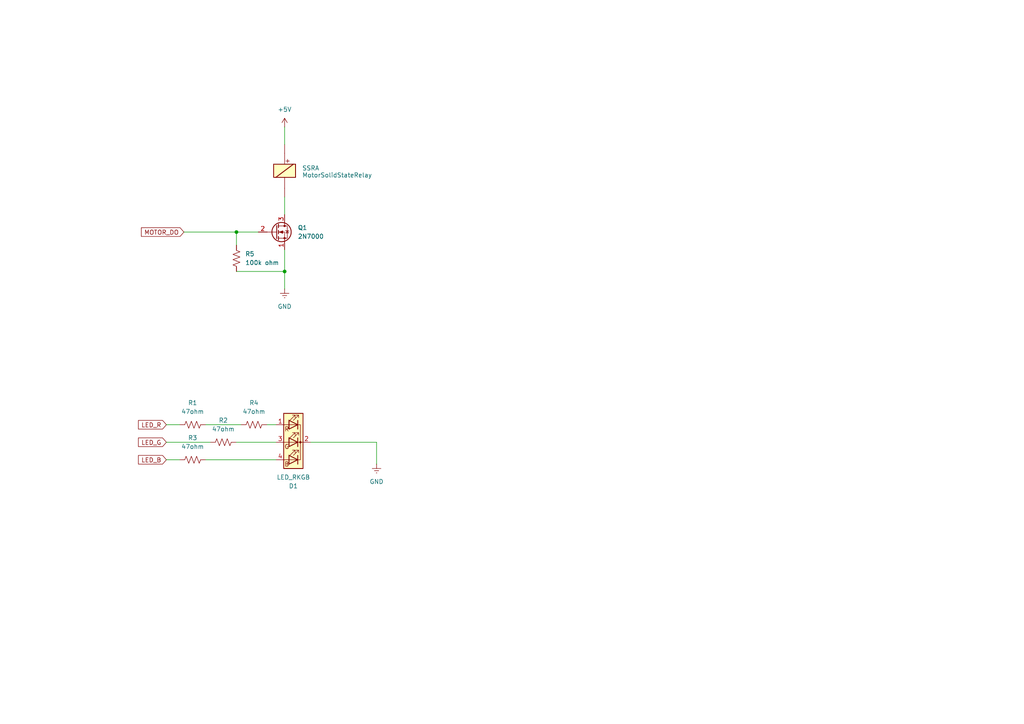
<source format=kicad_sch>
(kicad_sch (version 20250114) (generator "eeschema") (generator_version "9.0")
  (paper "A4")
  (lib_symbols
    (symbol "Device:LED_RKGB" (pin_names (offset 0) (hide yes))
      (property "Reference" "D1" (at 0 -12.7 0))
      (property "Value" "LED_RKGB" (at 0 -10.16 0))
      (symbol "LED_RKGB_0_0"
        (text "R" (at 1.905 3.81 0) (effects (font (size 1.27 1.27))))
        (text "G" (at 1.905 -1.27 0) (effects (font (size 1.27 1.27))))
        (text "B" (at 1.905 -6.35 0) (effects (font (size 1.27 1.27))))
      )
      (symbol "LED_RKGB_0_1"
        (circle (center -2.032 0) (radius 0.254) (fill (type outline)))
        (polyline (pts (xy -1.27 6.35) (xy -1.27 3.81)) (stroke (width 0.254)))
        (polyline (pts (xy -1.27 6.35) (xy -1.27 3.81) (xy -1.27 3.81)))
        (polyline (pts (xy -1.27 5.08) (xy 1.27 5.08)))
        (polyline (pts (xy -1.27 5.08) (xy -2.032 5.08) (xy -2.032 -5.08) (xy -1.016 -5.08)))
        (polyline (pts (xy -1.27 1.27) (xy -1.27 -1.27)) (stroke (width 0.254)))
        (polyline (pts (xy -1.27 1.27) (xy -1.27 -1.27) (xy -1.27 -1.27)))
        (polyline (pts (xy -1.27 0) (xy -2.54 0)))
        (polyline (pts (xy -1.27 -3.81) (xy -1.27 -6.35)) (stroke (width 0.254)))
        (polyline (pts (xy -1.27 -5.08) (xy 1.27 -5.08)))
        (polyline (pts (xy 0 6.35) (xy -1.524 7.874) (xy -0.762 7.874) (xy -1.524 7.874) (xy -1.524 7.112)))
        (polyline (pts (xy 0 1.27) (xy -1.524 2.794) (xy -0.762 2.794) (xy -1.524 2.794) (xy -1.524 2.032)))
        (polyline (pts (xy 0 -3.81) (xy -1.524 -2.286) (xy -0.762 -2.286) (xy -1.524 -2.286) (xy -1.524 -3.048)))
        (polyline (pts (xy 1.016 6.35) (xy -0.508 7.874) (xy 0.254 7.874) (xy -0.508 7.874) (xy -0.508 7.112)))
        (polyline (pts (xy 1.016 1.27) (xy -0.508 2.794) (xy 0.254 2.794) (xy -0.508 2.794) (xy -0.508 2.032)))
        (polyline (pts (xy 1.016 -3.81) (xy -0.508 -2.286) (xy 0.254 -2.286) (xy -0.508 -2.286) (xy -0.508 -3.048)))
        (polyline (pts (xy 1.27 6.35) (xy 1.27 3.81) (xy -1.27 5.08) (xy 1.27 6.35)) (stroke (width 0.254)))
        (rectangle (start 1.27 6.35) (end 1.27 6.35))
        (polyline (pts (xy 1.27 5.08) (xy 2.54 5.08)))
        (rectangle (start 1.27 3.81) (end 1.27 6.35))
        (polyline (pts (xy 1.27 1.27) (xy 1.27 -1.27) (xy -1.27 0) (xy 1.27 1.27)) (stroke (width 0.254)))
        (rectangle (start 1.27 1.27) (end 1.27 1.27))
        (polyline (pts (xy 1.27 0) (xy -1.27 0)))
        (polyline (pts (xy 1.27 0) (xy 2.54 0)))
        (rectangle (start 1.27 -1.27) (end 1.27 1.27))
        (polyline (pts (xy 1.27 -3.81) (xy 1.27 -6.35) (xy -1.27 -5.08) (xy 1.27 -3.81)) (stroke (width 0.254)))
        (polyline (pts (xy 1.27 -5.08) (xy 2.54 -5.08)))
        (rectangle (start 2.794 8.382) (end -2.794 -7.62) (stroke (width 0.254)) (fill (type background)))
      )
      (symbol "LED_RKGB_1_1"
        (pin passive line (at -5.08 0 0) (length 2.54) (name "K") (number "2"))
        (pin passive line (at 5.08 5.08 180) (length 2.54) (name "RA") (number "1"))
        (pin passive line (at 5.08 0 180) (length 2.54) (name "GA") (number "3"))
        (pin passive line (at 5.08 -5.08 180) (length 2.54) (name "BA") (number "4"))
      )
    )
    (symbol "Device:R_US" (pin_numbers (hide yes)) (pin_names (offset 0))
      (property "Reference" "R" (at 2.54 0 90))
      (property "Value" "R_US" (at -2.54 0 90))
      (symbol "R_US_0_1"
        (polyline (pts (xy 0 2.286) (xy 0 2.54)))
        (polyline (pts (xy 0 2.286) (xy 1.016 1.905) (xy 0 1.524) (xy -1.016 1.143) (xy 0 0.762)))
        (polyline (pts (xy 0 0.762) (xy 1.016 0.381) (xy 0 0) (xy -1.016 -0.381) (xy 0 -0.762)))
        (polyline (pts (xy 0 -0.762) (xy 1.016 -1.143) (xy 0 -1.524) (xy -1.016 -1.905) (xy 0 -2.286)))
        (polyline (pts (xy 0 -2.286) (xy 0 -2.54)))
      )
      (symbol "R_US_1_1"
        (pin passive line (at 0 3.81 270) (length 1.27) (name "~") (number "1"))
        (pin passive line (at 0 -3.81 90) (length 1.27) (name "~") (number "2"))
      )
    )
    (symbol "Relay:COTO_3660_Split" (pin_numbers (hide yes)) (pin_names (hide yes))
      (property "Reference" "K" (at 5.08 2.54 0))
      (property "Value" "COTO_3660_Split" (at 5.08 0 0))
      (symbol "COTO_3660_Split_1_0"
        (text "+" (at 0.889 2.921 0) (effects (font (size 1.27 1.27))))
      )
      (symbol "COTO_3660_Split_1_1"
        (rectangle (start -3.175 1.905) (end 3.175 -1.905) (stroke (width 0.254)) (fill (type background)))
        (polyline (pts (xy -2.54 -1.905) (xy 2.54 1.905)) (stroke (width 0.254)))
        (polyline (pts (xy 0 5.08) (xy 0 1.905)))
        (polyline (pts (xy 0 -5.08) (xy 0 -1.905)))
        (pin passive line (at 0 7.62 270) (length 2.54) (name "~") (number "A1"))
        (pin passive line (at 0 -7.62 90) (length 2.54) (name "~") (number "A2"))
      )
      (symbol "COTO_3660_Split_2_1"
        (polyline (pts (xy -3.175 0) (xy -2.54 0)) (stroke (width 0.254)))
        (polyline (pts (xy -1.905 0) (xy -1.27 0)) (stroke (width 0.254)))
        (polyline (pts (xy 0 2.54) (xy -1.905 -3.81)) (stroke (width 0.508)))
        (polyline (pts (xy 0 2.54) (xy 0 5.08)))
        (polyline (pts (xy 0 -5.08) (xy 0 -2.54) (xy -0.635 -3.175) (xy 0 -3.81)))
        (pin passive line (at 0 7.62 270) (length 2.54) (name "~") (number "13"))
        (pin passive line (at 0 -7.62 90) (length 2.54) (name "~") (number "14"))
      )
      (symbol "COTO_3660_Split_3_1"
        (polyline (pts (xy -3.175 0) (xy -2.54 0)) (stroke (width 0.254)))
        (polyline (pts (xy -1.905 0) (xy -1.27 0)) (stroke (width 0.254)))
        (polyline (pts (xy 0 2.54) (xy -1.905 -3.81)) (stroke (width 0.508)))
        (polyline (pts (xy 0 2.54) (xy 0 5.08)))
        (polyline (pts (xy 0 -5.08) (xy 0 -2.54) (xy -0.635 -3.175) (xy 0 -3.81)))
        (pin passive line (at 0 7.62 270) (length 2.54) (name "~") (number "23"))
        (pin passive line (at 0 -7.62 90) (length 2.54) (name "~") (number "24"))
      )
      (symbol "COTO_3660_Split_4_1"
        (polyline (pts (xy -3.175 0) (xy -2.54 0)) (stroke (width 0.254)))
        (polyline (pts (xy -1.905 0) (xy -1.27 0)) (stroke (width 0.254)))
        (circle (center 0 5.08) (radius 0.1524))
        (polyline (pts (xy 0 5.08) (xy 1.27 5.08) (xy 1.27 3.81)))
        (polyline (pts (xy 0 2.54) (xy -1.905 -3.81)) (stroke (width 0.508)))
        (polyline (pts (xy 0 2.54) (xy 0 5.08)))
        (polyline (pts (xy 0 -5.08) (xy 0 -2.54) (xy -0.635 -3.175) (xy 0 -3.81)))
        (polyline (pts (xy 1.27 3.81) (xy 1.27 -3.81)) (stroke (width 0) (type dash)))
        (pin passive line (at 0 7.62 270) (length 2.54) (name "~") (number "33"))
        (pin passive line (at 0 -7.62 90) (length 2.54) (name "~") (number "34"))
      )
    )
    (symbol "Transistor_FET:2N7000" (pin_names (hide yes))
      (property "Reference" "Q" (at 5.08 1.905 0))
      (property "Value" "2N7000" (at 5.08 0 0))
      (symbol "2N7000_0_1"
        (polyline (pts (xy 0.254 1.905) (xy 0.254 -1.905)) (stroke (width 0.254)))
        (polyline (pts (xy 0.254 0) (xy -2.54 0)))
        (polyline (pts (xy 0.762 2.286) (xy 0.762 1.27)) (stroke (width 0.254)))
        (polyline (pts (xy 0.762 0.508) (xy 0.762 -0.508)) (stroke (width 0.254)))
        (polyline (pts (xy 0.762 -1.27) (xy 0.762 -2.286)) (stroke (width 0.254)))
        (polyline (pts (xy 0.762 -1.778) (xy 3.302 -1.778) (xy 3.302 1.778) (xy 0.762 1.778)))
        (polyline (pts (xy 1.016 0) (xy 2.032 0.381) (xy 2.032 -0.381) (xy 1.016 0)) (fill (type outline)))
        (circle (center 1.651 0) (radius 2.794) (stroke (width 0.254)))
        (polyline (pts (xy 2.54 2.54) (xy 2.54 1.778)))
        (circle (center 2.54 1.778) (radius 0.254) (fill (type outline)))
        (circle (center 2.54 -1.778) (radius 0.254) (fill (type outline)))
        (polyline (pts (xy 2.54 -2.54) (xy 2.54 0) (xy 0.762 0)))
        (polyline (pts (xy 2.794 0.508) (xy 2.921 0.381) (xy 3.683 0.381) (xy 3.81 0.254)))
        (polyline (pts (xy 3.302 0.381) (xy 2.921 -0.254) (xy 3.683 -0.254) (xy 3.302 0.381)))
      )
      (symbol "2N7000_1_1"
        (pin input line (at -5.08 0 0) (length 2.54) (name "G") (number "2"))
        (pin passive line (at 2.54 5.08 270) (length 2.54) (name "D") (number "3"))
        (pin passive line (at 2.54 -5.08 90) (length 2.54) (name "S") (number "1"))
      )
    )
    (symbol "power:+5V" (power) (pin_numbers (hide yes)) (pin_names (offset 0) (hide yes))
      (property "Value" "+5V" (at 0 3.556 0))
      (symbol "+5V_0_1"
        (polyline (pts (xy -0.762 1.27) (xy 0 2.54)))
        (polyline (pts (xy 0 2.54) (xy 0.762 1.27)))
        (polyline (pts (xy 0 0) (xy 0 2.54)))
      )
      (symbol "+5V_1_1"
        (pin power_in line (at 0 0 90) (length 0) (name "~") (number "1"))
      )
    )
    (symbol "power:GNDREF" (power) (pin_numbers (hide yes)) (pin_names (offset 0) (hide yes))
      (property "Value" "GNDREF" (at 0 -3.81 0))
      (symbol "GNDREF_0_1"
        (polyline (pts (xy -0.635 -1.905) (xy 0.635 -1.905)))
        (polyline (pts (xy -0.127 -2.54) (xy 0.127 -2.54)))
        (polyline (pts (xy 0 -1.27) (xy 0 0)))
        (polyline (pts (xy 1.27 -1.27) (xy -1.27 -1.27)))
      )
      (symbol "GNDREF_1_1"
        (pin power_in line (at 0 0 270) (length 0) (name "~") (number "1"))
      )
    )
  )
  (junction (at 68.58 67.31))
  (junction (at 82.55 78.74))
  (wire (pts (xy 59.69 123.19) (xy 69.85 123.19)))
  (wire (pts (xy 53.34 67.31) (xy 68.58 67.31)))
  (wire (pts (xy 48.26 123.19) (xy 52.07 123.19)))
  (wire (pts (xy 68.58 67.31) (xy 74.93 67.31)))
  (wire (pts (xy 90.17 128.27) (xy 109.22 128.27)))
  (wire (pts (xy 48.26 133.35) (xy 52.07 133.35)))
  (wire (pts (xy 48.26 128.27) (xy 60.96 128.27)))
  (wire (pts (xy 68.58 71.12) (xy 68.58 67.31)))
  (wire (pts (xy 68.58 78.74) (xy 82.55 78.74)))
  (wire (pts (xy 109.22 128.27) (xy 109.22 134.62)))
  (wire (pts (xy 82.55 83.82) (xy 82.55 78.74)))
  (wire (pts (xy 68.58 128.27) (xy 80.01 128.27)))
  (wire (pts (xy 82.55 57.15) (xy 82.55 62.23)))
  (wire (pts (xy 59.69 133.35) (xy 80.01 133.35)))
  (wire (pts (xy 82.55 78.74) (xy 82.55 72.39)))
  (wire (pts (xy 82.55 36.83) (xy 82.55 41.91)))
  (wire (pts (xy 77.47 123.19) (xy 80.01 123.19)))
  (global_label "LED_R" (shape input) (at 48.26 123.19 180) (property "Intersheetrefs" "${INTERSHEET_REFS}" (at 39.5901 123.19 0) (effects (justify right))))
  (global_label "LED_G" (shape input) (at 48.26 128.27 180) (property "Intersheetrefs" "${INTERSHEET_REFS}" (at 39.5901 128.27 0) (effects (justify right))))
  (global_label "LED_B" (shape input) (at 48.26 133.35 180) (property "Intersheetrefs" "${INTERSHEET_REFS}" (at 39.5901 133.35 0) (effects (justify right))))
  (global_label "MOTOR_DO" (shape input) (at 53.34 67.31 180) (property "Intersheetrefs" "${INTERSHEET_REFS}" (at 40.4367 67.31 0) (effects (justify right))))
  (symbol (lib_id "Transistor_FET:2N7000") (at 80.01 67.31 0) (unit 1)
    (property "Reference" "Q1" (at 86.36 66.0399 0) (effects (justify left)))
    (property "Value" "2N7000" (at 86.36 68.5799 0) (effects (justify left)))
    (property "Footprint" "Package_TO_SOT_THT:TO-92_Inline" (effects (hide yes)))
    (property "Datasheet" "https://www.vishay.com/docs/70226/70226.pdf" (effects (hide yes)))
    (property "Description" "0.2A Id, 200V Vds, N-Channel MOSFET, 2.6V Logic Level, TO-92" (effects (hide yes)))
  )
  (symbol (lib_id "Relay:COTO_3660_Split") (at 82.55 49.53 0) (unit 1) (on_board no)
    (property "Reference" "SSR" (at 87.63 48.768 0) (effects (justify left)))
    (property "Value" "MotorSolidStateRelay" (at 87.63 50.7999 0) (effects (justify left)))
    (property "Footprint" "Relay_THT:Relay_3PST_COTO_3660" (effects (hide yes)))
    (property "Datasheet" "https://cotorelay.com/wp-content/uploads/2014/09/3600_series_reed_relay_datasheet.pdf" (effects (hide yes)))
    (property "Description" "Low thermal EMF 3PST-NO reed relay, 150V 0.25A, similar to 3650 but with shared shield/contact, 30.48x16.76x12.06mm" (effects (hide yes)))
  )
  (symbol (lib_id "Device:R_US") (at 55.88 123.19 90) (unit 1)
    (property "Reference" "R1" (at 55.88 116.84 90))
    (property "Value" "47ohm" (at 55.88 119.38 90))
    (property "Description" "Resistor, US symbol" (effects (hide yes)))
  )
  (symbol (lib_id "Device:R_US") (at 55.88 133.35 90) (unit 1)
    (property "Reference" "R3" (at 55.88 127 90))
    (property "Value" "47ohm" (at 55.88 129.54 90))
    (property "Description" "Resistor, US symbol" (effects (hide yes)))
  )
  (symbol (lib_id "Device:LED_RKGB") (at 85.09 128.27 0) (mirror y) (unit 1)
    (property "Reference" "D1" (at 85.09 140.97 0))
    (property "Value" "LED_RKGB" (at 85.09 138.43 0))
    (property "Description" "RGB LED, red/cathode/green/blue" (effects (hide yes)))
  )
  (symbol (lib_id "Device:R_US") (at 73.66 123.19 90) (unit 1)
    (property "Reference" "R4" (at 73.66 116.84 90))
    (property "Value" "47ohm" (at 73.66 119.38 90))
    (property "Description" "Resistor, US symbol" (effects (hide yes)))
  )
  (symbol (lib_id "power:GNDREF") (at 109.22 134.62 0) (unit 1)
    (property "Reference" "#PWR013" (effects (hide yes)))
    (property "Value" "GND" (at 109.22 139.7 0))
    (property "Description" "Power symbol creates a global label with name \"GNDREF\" , reference supply ground" (effects (hide yes)))
  )
  (symbol (lib_id "Device:R_US") (at 64.77 128.27 90) (unit 1)
    (property "Reference" "R2" (at 64.77 121.92 90))
    (property "Value" "47ohm" (at 64.77 124.46 90))
    (property "Description" "Resistor, US symbol" (effects (hide yes)))
  )
  (symbol (lib_id "Device:R_US") (at 68.58 74.93 180) (unit 1)
    (property "Reference" "R5" (at 71.12 73.6599 0) (effects (justify right)))
    (property "Value" "100k ohm" (at 71.12 76.1999 0) (effects (justify right)))
    (property "Description" "Resistor, US symbol" (effects (hide yes)))
  )
  (symbol (lib_id "power:+5V") (at 82.55 36.83 0) (unit 1)
    (property "Reference" "#PWR017" (effects (hide yes)))
    (property "Value" "+5V" (at 82.55 31.75 0))
    (property "Description" "Power symbol creates a global label with name \"+5V\"" (effects (hide yes)))
  )
  (symbol (lib_id "power:GNDREF") (at 82.55 83.82 0) (unit 1)
    (property "Reference" "#PWR010" (effects (hide yes)))
    (property "Value" "GND" (at 82.55 88.9 0))
    (property "Description" "Power symbol creates a global label with name \"GNDREF\" , reference supply ground" (effects (hide yes)))
  )
)
</source>
